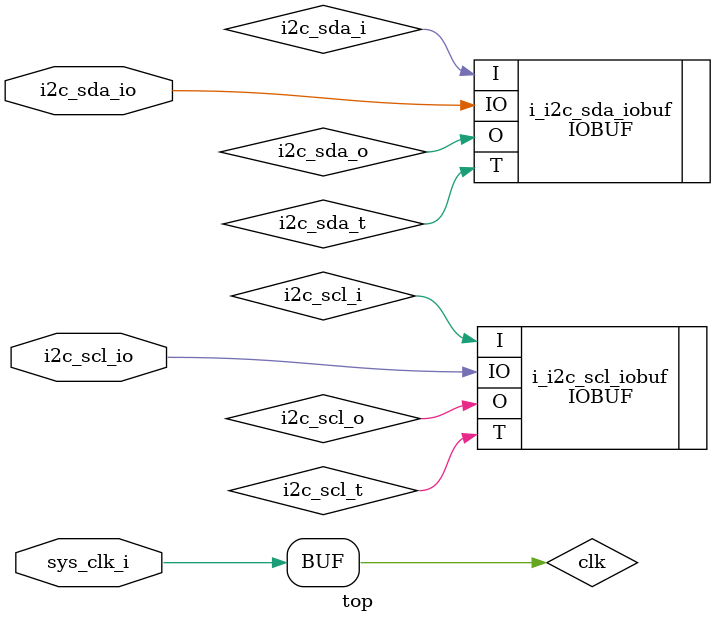
<source format=sv>
module top (
   input sys_clk_i,
   inout i2c_scl_io,
   inout i2c_sda_io
);

   // TODO: pll
   logic clk = sys_clk_i;

   logic i2c_scl_i, i2c_scl_o, i2c_scl_t;
   logic i2c_sda_i, i2c_sda_o, i2c_sda_t;
   IOBUF i_i2c_scl_iobuf (
      .IO (i2c_scl_io),
      .I  (i2c_scl_i),
      .O  (i2c_scl_o),
      .T  (i2c_scl_t)
   );
   IOBUF i_i2c_sda_iobuf (
      .IO (i2c_sda_io),
      .I  (i2c_sda_i),
      .O  (i2c_sda_o),
      .T  (i2c_sda_t)
   );

endmodule

</source>
